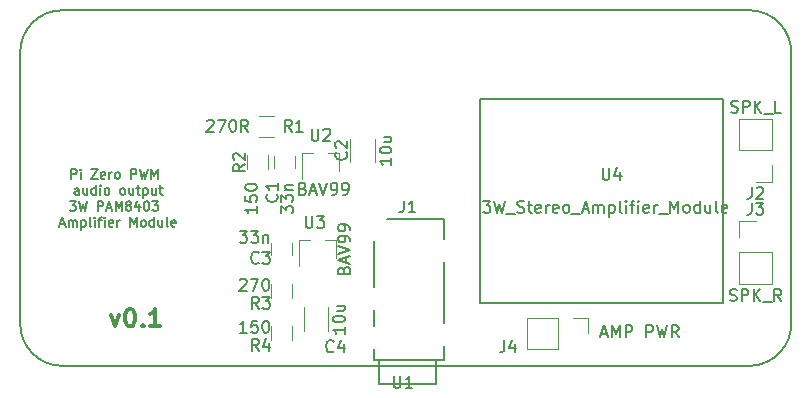
<source format=gto>
G04 #@! TF.FileFunction,Legend,Top*
%FSLAX46Y46*%
G04 Gerber Fmt 4.6, Leading zero omitted, Abs format (unit mm)*
G04 Created by KiCad (PCBNEW 4.0.6-e0-6349~53~ubuntu16.04.1) date Wed Mar 29 22:02:49 2017*
%MOMM*%
%LPD*%
G01*
G04 APERTURE LIST*
%ADD10C,0.100000*%
%ADD11C,0.300000*%
%ADD12C,0.150000*%
%ADD13C,0.120000*%
G04 APERTURE END LIST*
D10*
D11*
X123460144Y-117534571D02*
X123817287Y-118534571D01*
X124174429Y-117534571D01*
X125031572Y-117034571D02*
X125174429Y-117034571D01*
X125317286Y-117106000D01*
X125388715Y-117177429D01*
X125460144Y-117320286D01*
X125531572Y-117606000D01*
X125531572Y-117963143D01*
X125460144Y-118248857D01*
X125388715Y-118391714D01*
X125317286Y-118463143D01*
X125174429Y-118534571D01*
X125031572Y-118534571D01*
X124888715Y-118463143D01*
X124817286Y-118391714D01*
X124745858Y-118248857D01*
X124674429Y-117963143D01*
X124674429Y-117606000D01*
X124745858Y-117320286D01*
X124817286Y-117177429D01*
X124888715Y-117106000D01*
X125031572Y-117034571D01*
X126174429Y-118391714D02*
X126245857Y-118463143D01*
X126174429Y-118534571D01*
X126103000Y-118463143D01*
X126174429Y-118391714D01*
X126174429Y-118534571D01*
X127674429Y-118534571D02*
X126817286Y-118534571D01*
X127245858Y-118534571D02*
X127245858Y-117034571D01*
X127103001Y-117248857D01*
X126960143Y-117391714D01*
X126817286Y-117463143D01*
D12*
X120117095Y-106032905D02*
X120117095Y-105232905D01*
X120421857Y-105232905D01*
X120498048Y-105271000D01*
X120536143Y-105309095D01*
X120574238Y-105385286D01*
X120574238Y-105499571D01*
X120536143Y-105575762D01*
X120498048Y-105613857D01*
X120421857Y-105651952D01*
X120117095Y-105651952D01*
X120917095Y-106032905D02*
X120917095Y-105499571D01*
X120917095Y-105232905D02*
X120879000Y-105271000D01*
X120917095Y-105309095D01*
X120955190Y-105271000D01*
X120917095Y-105232905D01*
X120917095Y-105309095D01*
X121831381Y-105232905D02*
X122364714Y-105232905D01*
X121831381Y-106032905D01*
X122364714Y-106032905D01*
X122974238Y-105994810D02*
X122898048Y-106032905D01*
X122745667Y-106032905D01*
X122669476Y-105994810D01*
X122631381Y-105918619D01*
X122631381Y-105613857D01*
X122669476Y-105537667D01*
X122745667Y-105499571D01*
X122898048Y-105499571D01*
X122974238Y-105537667D01*
X123012333Y-105613857D01*
X123012333Y-105690048D01*
X122631381Y-105766238D01*
X123355190Y-106032905D02*
X123355190Y-105499571D01*
X123355190Y-105651952D02*
X123393285Y-105575762D01*
X123431381Y-105537667D01*
X123507571Y-105499571D01*
X123583762Y-105499571D01*
X123964714Y-106032905D02*
X123888523Y-105994810D01*
X123850428Y-105956714D01*
X123812333Y-105880524D01*
X123812333Y-105651952D01*
X123850428Y-105575762D01*
X123888523Y-105537667D01*
X123964714Y-105499571D01*
X124079000Y-105499571D01*
X124155190Y-105537667D01*
X124193285Y-105575762D01*
X124231381Y-105651952D01*
X124231381Y-105880524D01*
X124193285Y-105956714D01*
X124155190Y-105994810D01*
X124079000Y-106032905D01*
X123964714Y-106032905D01*
X125183762Y-106032905D02*
X125183762Y-105232905D01*
X125488524Y-105232905D01*
X125564715Y-105271000D01*
X125602810Y-105309095D01*
X125640905Y-105385286D01*
X125640905Y-105499571D01*
X125602810Y-105575762D01*
X125564715Y-105613857D01*
X125488524Y-105651952D01*
X125183762Y-105651952D01*
X125907572Y-105232905D02*
X126098048Y-106032905D01*
X126250429Y-105461476D01*
X126402810Y-106032905D01*
X126593286Y-105232905D01*
X126898048Y-106032905D02*
X126898048Y-105232905D01*
X127164715Y-105804333D01*
X127431382Y-105232905D01*
X127431382Y-106032905D01*
X120764712Y-107382905D02*
X120764712Y-106963857D01*
X120726617Y-106887667D01*
X120650427Y-106849571D01*
X120498046Y-106849571D01*
X120421855Y-106887667D01*
X120764712Y-107344810D02*
X120688522Y-107382905D01*
X120498046Y-107382905D01*
X120421855Y-107344810D01*
X120383760Y-107268619D01*
X120383760Y-107192429D01*
X120421855Y-107116238D01*
X120498046Y-107078143D01*
X120688522Y-107078143D01*
X120764712Y-107040048D01*
X121488522Y-106849571D02*
X121488522Y-107382905D01*
X121145665Y-106849571D02*
X121145665Y-107268619D01*
X121183760Y-107344810D01*
X121259951Y-107382905D01*
X121374237Y-107382905D01*
X121450427Y-107344810D01*
X121488522Y-107306714D01*
X122212332Y-107382905D02*
X122212332Y-106582905D01*
X122212332Y-107344810D02*
X122136142Y-107382905D01*
X121983761Y-107382905D01*
X121907570Y-107344810D01*
X121869475Y-107306714D01*
X121831380Y-107230524D01*
X121831380Y-107001952D01*
X121869475Y-106925762D01*
X121907570Y-106887667D01*
X121983761Y-106849571D01*
X122136142Y-106849571D01*
X122212332Y-106887667D01*
X122593285Y-107382905D02*
X122593285Y-106849571D01*
X122593285Y-106582905D02*
X122555190Y-106621000D01*
X122593285Y-106659095D01*
X122631380Y-106621000D01*
X122593285Y-106582905D01*
X122593285Y-106659095D01*
X123088523Y-107382905D02*
X123012332Y-107344810D01*
X122974237Y-107306714D01*
X122936142Y-107230524D01*
X122936142Y-107001952D01*
X122974237Y-106925762D01*
X123012332Y-106887667D01*
X123088523Y-106849571D01*
X123202809Y-106849571D01*
X123278999Y-106887667D01*
X123317094Y-106925762D01*
X123355190Y-107001952D01*
X123355190Y-107230524D01*
X123317094Y-107306714D01*
X123278999Y-107344810D01*
X123202809Y-107382905D01*
X123088523Y-107382905D01*
X124421857Y-107382905D02*
X124345666Y-107344810D01*
X124307571Y-107306714D01*
X124269476Y-107230524D01*
X124269476Y-107001952D01*
X124307571Y-106925762D01*
X124345666Y-106887667D01*
X124421857Y-106849571D01*
X124536143Y-106849571D01*
X124612333Y-106887667D01*
X124650428Y-106925762D01*
X124688524Y-107001952D01*
X124688524Y-107230524D01*
X124650428Y-107306714D01*
X124612333Y-107344810D01*
X124536143Y-107382905D01*
X124421857Y-107382905D01*
X125374238Y-106849571D02*
X125374238Y-107382905D01*
X125031381Y-106849571D02*
X125031381Y-107268619D01*
X125069476Y-107344810D01*
X125145667Y-107382905D01*
X125259953Y-107382905D01*
X125336143Y-107344810D01*
X125374238Y-107306714D01*
X125640905Y-106849571D02*
X125945667Y-106849571D01*
X125755191Y-106582905D02*
X125755191Y-107268619D01*
X125793286Y-107344810D01*
X125869477Y-107382905D01*
X125945667Y-107382905D01*
X126212334Y-106849571D02*
X126212334Y-107649571D01*
X126212334Y-106887667D02*
X126288525Y-106849571D01*
X126440906Y-106849571D01*
X126517096Y-106887667D01*
X126555191Y-106925762D01*
X126593287Y-107001952D01*
X126593287Y-107230524D01*
X126555191Y-107306714D01*
X126517096Y-107344810D01*
X126440906Y-107382905D01*
X126288525Y-107382905D01*
X126212334Y-107344810D01*
X127279001Y-106849571D02*
X127279001Y-107382905D01*
X126936144Y-106849571D02*
X126936144Y-107268619D01*
X126974239Y-107344810D01*
X127050430Y-107382905D01*
X127164716Y-107382905D01*
X127240906Y-107344810D01*
X127279001Y-107306714D01*
X127545668Y-106849571D02*
X127850430Y-106849571D01*
X127659954Y-106582905D02*
X127659954Y-107268619D01*
X127698049Y-107344810D01*
X127774240Y-107382905D01*
X127850430Y-107382905D01*
X120021857Y-107932905D02*
X120517095Y-107932905D01*
X120250428Y-108237667D01*
X120364714Y-108237667D01*
X120440904Y-108275762D01*
X120479000Y-108313857D01*
X120517095Y-108390048D01*
X120517095Y-108580524D01*
X120479000Y-108656714D01*
X120440904Y-108694810D01*
X120364714Y-108732905D01*
X120136142Y-108732905D01*
X120059952Y-108694810D01*
X120021857Y-108656714D01*
X120783762Y-107932905D02*
X120974238Y-108732905D01*
X121126619Y-108161476D01*
X121279000Y-108732905D01*
X121469476Y-107932905D01*
X122383762Y-108732905D02*
X122383762Y-107932905D01*
X122688524Y-107932905D01*
X122764715Y-107971000D01*
X122802810Y-108009095D01*
X122840905Y-108085286D01*
X122840905Y-108199571D01*
X122802810Y-108275762D01*
X122764715Y-108313857D01*
X122688524Y-108351952D01*
X122383762Y-108351952D01*
X123145667Y-108504333D02*
X123526619Y-108504333D01*
X123069476Y-108732905D02*
X123336143Y-107932905D01*
X123602810Y-108732905D01*
X123869476Y-108732905D02*
X123869476Y-107932905D01*
X124136143Y-108504333D01*
X124402810Y-107932905D01*
X124402810Y-108732905D01*
X124898048Y-108275762D02*
X124821857Y-108237667D01*
X124783762Y-108199571D01*
X124745667Y-108123381D01*
X124745667Y-108085286D01*
X124783762Y-108009095D01*
X124821857Y-107971000D01*
X124898048Y-107932905D01*
X125050429Y-107932905D01*
X125126619Y-107971000D01*
X125164715Y-108009095D01*
X125202810Y-108085286D01*
X125202810Y-108123381D01*
X125164715Y-108199571D01*
X125126619Y-108237667D01*
X125050429Y-108275762D01*
X124898048Y-108275762D01*
X124821857Y-108313857D01*
X124783762Y-108351952D01*
X124745667Y-108428143D01*
X124745667Y-108580524D01*
X124783762Y-108656714D01*
X124821857Y-108694810D01*
X124898048Y-108732905D01*
X125050429Y-108732905D01*
X125126619Y-108694810D01*
X125164715Y-108656714D01*
X125202810Y-108580524D01*
X125202810Y-108428143D01*
X125164715Y-108351952D01*
X125126619Y-108313857D01*
X125050429Y-108275762D01*
X125888524Y-108199571D02*
X125888524Y-108732905D01*
X125698048Y-107894810D02*
X125507572Y-108466238D01*
X126002810Y-108466238D01*
X126459953Y-107932905D02*
X126536144Y-107932905D01*
X126612334Y-107971000D01*
X126650429Y-108009095D01*
X126688525Y-108085286D01*
X126726620Y-108237667D01*
X126726620Y-108428143D01*
X126688525Y-108580524D01*
X126650429Y-108656714D01*
X126612334Y-108694810D01*
X126536144Y-108732905D01*
X126459953Y-108732905D01*
X126383763Y-108694810D01*
X126345667Y-108656714D01*
X126307572Y-108580524D01*
X126269477Y-108428143D01*
X126269477Y-108237667D01*
X126307572Y-108085286D01*
X126345667Y-108009095D01*
X126383763Y-107971000D01*
X126459953Y-107932905D01*
X126993287Y-107932905D02*
X127488525Y-107932905D01*
X127221858Y-108237667D01*
X127336144Y-108237667D01*
X127412334Y-108275762D01*
X127450430Y-108313857D01*
X127488525Y-108390048D01*
X127488525Y-108580524D01*
X127450430Y-108656714D01*
X127412334Y-108694810D01*
X127336144Y-108732905D01*
X127107572Y-108732905D01*
X127031382Y-108694810D01*
X126993287Y-108656714D01*
X119183761Y-109854333D02*
X119564713Y-109854333D01*
X119107570Y-110082905D02*
X119374237Y-109282905D01*
X119640904Y-110082905D01*
X119907570Y-110082905D02*
X119907570Y-109549571D01*
X119907570Y-109625762D02*
X119945665Y-109587667D01*
X120021856Y-109549571D01*
X120136142Y-109549571D01*
X120212332Y-109587667D01*
X120250427Y-109663857D01*
X120250427Y-110082905D01*
X120250427Y-109663857D02*
X120288523Y-109587667D01*
X120364713Y-109549571D01*
X120478999Y-109549571D01*
X120555189Y-109587667D01*
X120593284Y-109663857D01*
X120593284Y-110082905D01*
X120974237Y-109549571D02*
X120974237Y-110349571D01*
X120974237Y-109587667D02*
X121050428Y-109549571D01*
X121202809Y-109549571D01*
X121278999Y-109587667D01*
X121317094Y-109625762D01*
X121355190Y-109701952D01*
X121355190Y-109930524D01*
X121317094Y-110006714D01*
X121278999Y-110044810D01*
X121202809Y-110082905D01*
X121050428Y-110082905D01*
X120974237Y-110044810D01*
X121812333Y-110082905D02*
X121736142Y-110044810D01*
X121698047Y-109968619D01*
X121698047Y-109282905D01*
X122117095Y-110082905D02*
X122117095Y-109549571D01*
X122117095Y-109282905D02*
X122079000Y-109321000D01*
X122117095Y-109359095D01*
X122155190Y-109321000D01*
X122117095Y-109282905D01*
X122117095Y-109359095D01*
X122383761Y-109549571D02*
X122688523Y-109549571D01*
X122498047Y-110082905D02*
X122498047Y-109397190D01*
X122536142Y-109321000D01*
X122612333Y-109282905D01*
X122688523Y-109282905D01*
X122955190Y-110082905D02*
X122955190Y-109549571D01*
X122955190Y-109282905D02*
X122917095Y-109321000D01*
X122955190Y-109359095D01*
X122993285Y-109321000D01*
X122955190Y-109282905D01*
X122955190Y-109359095D01*
X123640904Y-110044810D02*
X123564714Y-110082905D01*
X123412333Y-110082905D01*
X123336142Y-110044810D01*
X123298047Y-109968619D01*
X123298047Y-109663857D01*
X123336142Y-109587667D01*
X123412333Y-109549571D01*
X123564714Y-109549571D01*
X123640904Y-109587667D01*
X123678999Y-109663857D01*
X123678999Y-109740048D01*
X123298047Y-109816238D01*
X124021856Y-110082905D02*
X124021856Y-109549571D01*
X124021856Y-109701952D02*
X124059951Y-109625762D01*
X124098047Y-109587667D01*
X124174237Y-109549571D01*
X124250428Y-109549571D01*
X125126618Y-110082905D02*
X125126618Y-109282905D01*
X125393285Y-109854333D01*
X125659952Y-109282905D01*
X125659952Y-110082905D01*
X126155190Y-110082905D02*
X126078999Y-110044810D01*
X126040904Y-110006714D01*
X126002809Y-109930524D01*
X126002809Y-109701952D01*
X126040904Y-109625762D01*
X126078999Y-109587667D01*
X126155190Y-109549571D01*
X126269476Y-109549571D01*
X126345666Y-109587667D01*
X126383761Y-109625762D01*
X126421857Y-109701952D01*
X126421857Y-109930524D01*
X126383761Y-110006714D01*
X126345666Y-110044810D01*
X126269476Y-110082905D01*
X126155190Y-110082905D01*
X127107571Y-110082905D02*
X127107571Y-109282905D01*
X127107571Y-110044810D02*
X127031381Y-110082905D01*
X126879000Y-110082905D01*
X126802809Y-110044810D01*
X126764714Y-110006714D01*
X126726619Y-109930524D01*
X126726619Y-109701952D01*
X126764714Y-109625762D01*
X126802809Y-109587667D01*
X126879000Y-109549571D01*
X127031381Y-109549571D01*
X127107571Y-109587667D01*
X127831381Y-109549571D02*
X127831381Y-110082905D01*
X127488524Y-109549571D02*
X127488524Y-109968619D01*
X127526619Y-110044810D01*
X127602810Y-110082905D01*
X127717096Y-110082905D01*
X127793286Y-110044810D01*
X127831381Y-110006714D01*
X128326620Y-110082905D02*
X128250429Y-110044810D01*
X128212334Y-109968619D01*
X128212334Y-109282905D01*
X128936144Y-110044810D02*
X128859954Y-110082905D01*
X128707573Y-110082905D01*
X128631382Y-110044810D01*
X128593287Y-109968619D01*
X128593287Y-109663857D01*
X128631382Y-109587667D01*
X128707573Y-109549571D01*
X128859954Y-109549571D01*
X128936144Y-109587667D01*
X128974239Y-109663857D01*
X128974239Y-109740048D01*
X128593287Y-109816238D01*
D13*
X139026000Y-105148000D02*
X139026000Y-104148000D01*
X137326000Y-104148000D02*
X137326000Y-105148000D01*
X137072000Y-111514000D02*
X137072000Y-112514000D01*
X138772000Y-112514000D02*
X138772000Y-111514000D01*
X137252000Y-102480000D02*
X136052000Y-102480000D01*
X136052000Y-100720000D02*
X137252000Y-100720000D01*
X135010000Y-105248000D02*
X135010000Y-104048000D01*
X136770000Y-104048000D02*
X136770000Y-105248000D01*
X138802000Y-114970000D02*
X138802000Y-116170000D01*
X137042000Y-116170000D02*
X137042000Y-114970000D01*
X137042000Y-119726000D02*
X137042000Y-118526000D01*
X138802000Y-118526000D02*
X138802000Y-119726000D01*
X142804000Y-103888000D02*
X141874000Y-103888000D01*
X139644000Y-103888000D02*
X140574000Y-103888000D01*
X139644000Y-103888000D02*
X139644000Y-106048000D01*
X142804000Y-103888000D02*
X142804000Y-105348000D01*
X142550000Y-111254000D02*
X141620000Y-111254000D01*
X139390000Y-111254000D02*
X140320000Y-111254000D01*
X139390000Y-111254000D02*
X139390000Y-113414000D01*
X142550000Y-111254000D02*
X142550000Y-112714000D01*
D12*
X177648000Y-91770000D02*
X177521000Y-91770000D01*
X181077000Y-118186000D02*
X181077000Y-95453000D01*
X177648000Y-121869000D02*
X177521000Y-121869000D01*
X177648000Y-121869000D02*
G75*
G03X181077000Y-118186000I-127000J3556000D01*
G01*
X181077000Y-95453000D02*
G75*
G03X177648000Y-91770000I-3556000J127000D01*
G01*
X177521000Y-91770000D02*
X177394000Y-91770000D01*
X119355000Y-91770000D02*
G75*
G03X115799000Y-95326000I0J-3556000D01*
G01*
X115799000Y-118313000D02*
G75*
G03X119355000Y-121869000I3556000J0D01*
G01*
X115799000Y-118313000D02*
X115799000Y-95326000D01*
X177521000Y-121869000D02*
X119355000Y-121869000D01*
X119355000Y-91770000D02*
X177394000Y-91770000D01*
X146177000Y-121412000D02*
X146177000Y-123418600D01*
X146177000Y-123418600D02*
X151003000Y-123418600D01*
X151003000Y-123418600D02*
X151003000Y-121412000D01*
X151638000Y-121412000D02*
X145770600Y-121412000D01*
X145770600Y-115189000D02*
X145770600Y-111302800D01*
X145770600Y-118491000D02*
X145770600Y-117144800D01*
X145770600Y-121412000D02*
X145770600Y-120472200D01*
X151638000Y-120192800D02*
X151638000Y-121412000D01*
X151638000Y-113106200D02*
X151638000Y-118237000D01*
X146862800Y-109474000D02*
X151638000Y-109474000D01*
X151638000Y-109474000D02*
X151638000Y-111125000D01*
D13*
X179444000Y-103632000D02*
X179444000Y-100972000D01*
X179444000Y-100972000D02*
X176664000Y-100972000D01*
X176664000Y-100972000D02*
X176664000Y-103632000D01*
X176664000Y-103632000D02*
X179444000Y-103632000D01*
X179444000Y-104902000D02*
X179444000Y-106292000D01*
X179444000Y-106292000D02*
X178054000Y-106292000D01*
X176664000Y-112268000D02*
X176664000Y-114928000D01*
X176664000Y-114928000D02*
X179444000Y-114928000D01*
X179444000Y-114928000D02*
X179444000Y-112268000D01*
X179444000Y-112268000D02*
X176664000Y-112268000D01*
X176664000Y-110998000D02*
X176664000Y-109608000D01*
X176664000Y-109608000D02*
X178054000Y-109608000D01*
D12*
X175260000Y-99314000D02*
X175260000Y-116586000D01*
X175260000Y-116586000D02*
X154686000Y-116586000D01*
X154686000Y-116586000D02*
X154686000Y-99314000D01*
X154686000Y-99314000D02*
X175260000Y-99314000D01*
D13*
X139798000Y-116932000D02*
X139798000Y-118932000D01*
X141838000Y-118932000D02*
X141838000Y-116932000D01*
X143760000Y-102632000D02*
X143760000Y-104632000D01*
X145800000Y-104632000D02*
X145800000Y-102632000D01*
X161290000Y-117796000D02*
X158690000Y-117796000D01*
X158690000Y-117796000D02*
X158690000Y-120456000D01*
X158690000Y-120456000D02*
X161290000Y-120456000D01*
X161290000Y-120456000D02*
X161290000Y-117796000D01*
X162560000Y-117796000D02*
X163890000Y-117796000D01*
X163890000Y-117796000D02*
X163890000Y-119126000D01*
D12*
X137517143Y-107354666D02*
X137564762Y-107402285D01*
X137612381Y-107545142D01*
X137612381Y-107640380D01*
X137564762Y-107783238D01*
X137469524Y-107878476D01*
X137374286Y-107926095D01*
X137183810Y-107973714D01*
X137040952Y-107973714D01*
X136850476Y-107926095D01*
X136755238Y-107878476D01*
X136660000Y-107783238D01*
X136612381Y-107640380D01*
X136612381Y-107545142D01*
X136660000Y-107402285D01*
X136707619Y-107354666D01*
X137612381Y-106402285D02*
X137612381Y-106973714D01*
X137612381Y-106688000D02*
X136612381Y-106688000D01*
X136755238Y-106783238D01*
X136850476Y-106878476D01*
X136898095Y-106973714D01*
X137882381Y-108957905D02*
X137882381Y-108338857D01*
X138263333Y-108672191D01*
X138263333Y-108529333D01*
X138310952Y-108434095D01*
X138358571Y-108386476D01*
X138453810Y-108338857D01*
X138691905Y-108338857D01*
X138787143Y-108386476D01*
X138834762Y-108434095D01*
X138882381Y-108529333D01*
X138882381Y-108815048D01*
X138834762Y-108910286D01*
X138787143Y-108957905D01*
X137882381Y-108005524D02*
X137882381Y-107386476D01*
X138263333Y-107719810D01*
X138263333Y-107576952D01*
X138310952Y-107481714D01*
X138358571Y-107434095D01*
X138453810Y-107386476D01*
X138691905Y-107386476D01*
X138787143Y-107434095D01*
X138834762Y-107481714D01*
X138882381Y-107576952D01*
X138882381Y-107862667D01*
X138834762Y-107957905D01*
X138787143Y-108005524D01*
X138215714Y-106957905D02*
X138882381Y-106957905D01*
X138310952Y-106957905D02*
X138263333Y-106910286D01*
X138215714Y-106815048D01*
X138215714Y-106672190D01*
X138263333Y-106576952D01*
X138358571Y-106529333D01*
X138882381Y-106529333D01*
X135977334Y-113133143D02*
X135929715Y-113180762D01*
X135786858Y-113228381D01*
X135691620Y-113228381D01*
X135548762Y-113180762D01*
X135453524Y-113085524D01*
X135405905Y-112990286D01*
X135358286Y-112799810D01*
X135358286Y-112656952D01*
X135405905Y-112466476D01*
X135453524Y-112371238D01*
X135548762Y-112276000D01*
X135691620Y-112228381D01*
X135786858Y-112228381D01*
X135929715Y-112276000D01*
X135977334Y-112323619D01*
X136310667Y-112228381D02*
X136929715Y-112228381D01*
X136596381Y-112609333D01*
X136739239Y-112609333D01*
X136834477Y-112656952D01*
X136882096Y-112704571D01*
X136929715Y-112799810D01*
X136929715Y-113037905D01*
X136882096Y-113133143D01*
X136834477Y-113180762D01*
X136739239Y-113228381D01*
X136453524Y-113228381D01*
X136358286Y-113180762D01*
X136310667Y-113133143D01*
X134374095Y-110450381D02*
X134993143Y-110450381D01*
X134659809Y-110831333D01*
X134802667Y-110831333D01*
X134897905Y-110878952D01*
X134945524Y-110926571D01*
X134993143Y-111021810D01*
X134993143Y-111259905D01*
X134945524Y-111355143D01*
X134897905Y-111402762D01*
X134802667Y-111450381D01*
X134516952Y-111450381D01*
X134421714Y-111402762D01*
X134374095Y-111355143D01*
X135326476Y-110450381D02*
X135945524Y-110450381D01*
X135612190Y-110831333D01*
X135755048Y-110831333D01*
X135850286Y-110878952D01*
X135897905Y-110926571D01*
X135945524Y-111021810D01*
X135945524Y-111259905D01*
X135897905Y-111355143D01*
X135850286Y-111402762D01*
X135755048Y-111450381D01*
X135469333Y-111450381D01*
X135374095Y-111402762D01*
X135326476Y-111355143D01*
X136374095Y-110783714D02*
X136374095Y-111450381D01*
X136374095Y-110878952D02*
X136421714Y-110831333D01*
X136516952Y-110783714D01*
X136659810Y-110783714D01*
X136755048Y-110831333D01*
X136802667Y-110926571D01*
X136802667Y-111450381D01*
X138771334Y-102052381D02*
X138438000Y-101576190D01*
X138199905Y-102052381D02*
X138199905Y-101052381D01*
X138580858Y-101052381D01*
X138676096Y-101100000D01*
X138723715Y-101147619D01*
X138771334Y-101242857D01*
X138771334Y-101385714D01*
X138723715Y-101480952D01*
X138676096Y-101528571D01*
X138580858Y-101576190D01*
X138199905Y-101576190D01*
X139723715Y-102052381D02*
X139152286Y-102052381D01*
X139438000Y-102052381D02*
X139438000Y-101052381D01*
X139342762Y-101195238D01*
X139247524Y-101290476D01*
X139152286Y-101338095D01*
X131611905Y-101147619D02*
X131659524Y-101100000D01*
X131754762Y-101052381D01*
X131992858Y-101052381D01*
X132088096Y-101100000D01*
X132135715Y-101147619D01*
X132183334Y-101242857D01*
X132183334Y-101338095D01*
X132135715Y-101480952D01*
X131564286Y-102052381D01*
X132183334Y-102052381D01*
X132516667Y-101052381D02*
X133183334Y-101052381D01*
X132754762Y-102052381D01*
X133754762Y-101052381D02*
X133850001Y-101052381D01*
X133945239Y-101100000D01*
X133992858Y-101147619D01*
X134040477Y-101242857D01*
X134088096Y-101433333D01*
X134088096Y-101671429D01*
X134040477Y-101861905D01*
X133992858Y-101957143D01*
X133945239Y-102004762D01*
X133850001Y-102052381D01*
X133754762Y-102052381D01*
X133659524Y-102004762D01*
X133611905Y-101957143D01*
X133564286Y-101861905D01*
X133516667Y-101671429D01*
X133516667Y-101433333D01*
X133564286Y-101242857D01*
X133611905Y-101147619D01*
X133659524Y-101100000D01*
X133754762Y-101052381D01*
X135088096Y-102052381D02*
X134754762Y-101576190D01*
X134516667Y-102052381D02*
X134516667Y-101052381D01*
X134897620Y-101052381D01*
X134992858Y-101100000D01*
X135040477Y-101147619D01*
X135088096Y-101242857D01*
X135088096Y-101385714D01*
X135040477Y-101480952D01*
X134992858Y-101528571D01*
X134897620Y-101576190D01*
X134516667Y-101576190D01*
X134818381Y-104814666D02*
X134342190Y-105148000D01*
X134818381Y-105386095D02*
X133818381Y-105386095D01*
X133818381Y-105005142D01*
X133866000Y-104909904D01*
X133913619Y-104862285D01*
X134008857Y-104814666D01*
X134151714Y-104814666D01*
X134246952Y-104862285D01*
X134294571Y-104909904D01*
X134342190Y-105005142D01*
X134342190Y-105386095D01*
X133913619Y-104433714D02*
X133866000Y-104386095D01*
X133818381Y-104290857D01*
X133818381Y-104052761D01*
X133866000Y-103957523D01*
X133913619Y-103909904D01*
X134008857Y-103862285D01*
X134104095Y-103862285D01*
X134246952Y-103909904D01*
X134818381Y-104481333D01*
X134818381Y-103862285D01*
X135834381Y-108362666D02*
X135834381Y-108934095D01*
X135834381Y-108648381D02*
X134834381Y-108648381D01*
X134977238Y-108743619D01*
X135072476Y-108838857D01*
X135120095Y-108934095D01*
X134834381Y-107457904D02*
X134834381Y-107934095D01*
X135310571Y-107981714D01*
X135262952Y-107934095D01*
X135215333Y-107838857D01*
X135215333Y-107600761D01*
X135262952Y-107505523D01*
X135310571Y-107457904D01*
X135405810Y-107410285D01*
X135643905Y-107410285D01*
X135739143Y-107457904D01*
X135786762Y-107505523D01*
X135834381Y-107600761D01*
X135834381Y-107838857D01*
X135786762Y-107934095D01*
X135739143Y-107981714D01*
X134834381Y-106791238D02*
X134834381Y-106695999D01*
X134882000Y-106600761D01*
X134929619Y-106553142D01*
X135024857Y-106505523D01*
X135215333Y-106457904D01*
X135453429Y-106457904D01*
X135643905Y-106505523D01*
X135739143Y-106553142D01*
X135786762Y-106600761D01*
X135834381Y-106695999D01*
X135834381Y-106791238D01*
X135786762Y-106886476D01*
X135739143Y-106934095D01*
X135643905Y-106981714D01*
X135453429Y-107029333D01*
X135215333Y-107029333D01*
X135024857Y-106981714D01*
X134929619Y-106934095D01*
X134882000Y-106886476D01*
X134834381Y-106791238D01*
X135977334Y-117038381D02*
X135644000Y-116562190D01*
X135405905Y-117038381D02*
X135405905Y-116038381D01*
X135786858Y-116038381D01*
X135882096Y-116086000D01*
X135929715Y-116133619D01*
X135977334Y-116228857D01*
X135977334Y-116371714D01*
X135929715Y-116466952D01*
X135882096Y-116514571D01*
X135786858Y-116562190D01*
X135405905Y-116562190D01*
X136310667Y-116038381D02*
X136929715Y-116038381D01*
X136596381Y-116419333D01*
X136739239Y-116419333D01*
X136834477Y-116466952D01*
X136882096Y-116514571D01*
X136929715Y-116609810D01*
X136929715Y-116847905D01*
X136882096Y-116943143D01*
X136834477Y-116990762D01*
X136739239Y-117038381D01*
X136453524Y-117038381D01*
X136358286Y-116990762D01*
X136310667Y-116943143D01*
X134397905Y-114609619D02*
X134445524Y-114562000D01*
X134540762Y-114514381D01*
X134778858Y-114514381D01*
X134874096Y-114562000D01*
X134921715Y-114609619D01*
X134969334Y-114704857D01*
X134969334Y-114800095D01*
X134921715Y-114942952D01*
X134350286Y-115514381D01*
X134969334Y-115514381D01*
X135302667Y-114514381D02*
X135969334Y-114514381D01*
X135540762Y-115514381D01*
X136540762Y-114514381D02*
X136636001Y-114514381D01*
X136731239Y-114562000D01*
X136778858Y-114609619D01*
X136826477Y-114704857D01*
X136874096Y-114895333D01*
X136874096Y-115133429D01*
X136826477Y-115323905D01*
X136778858Y-115419143D01*
X136731239Y-115466762D01*
X136636001Y-115514381D01*
X136540762Y-115514381D01*
X136445524Y-115466762D01*
X136397905Y-115419143D01*
X136350286Y-115323905D01*
X136302667Y-115133429D01*
X136302667Y-114895333D01*
X136350286Y-114704857D01*
X136397905Y-114609619D01*
X136445524Y-114562000D01*
X136540762Y-114514381D01*
X135977334Y-120594381D02*
X135644000Y-120118190D01*
X135405905Y-120594381D02*
X135405905Y-119594381D01*
X135786858Y-119594381D01*
X135882096Y-119642000D01*
X135929715Y-119689619D01*
X135977334Y-119784857D01*
X135977334Y-119927714D01*
X135929715Y-120022952D01*
X135882096Y-120070571D01*
X135786858Y-120118190D01*
X135405905Y-120118190D01*
X136834477Y-119927714D02*
X136834477Y-120594381D01*
X136596381Y-119546762D02*
X136358286Y-120261048D01*
X136977334Y-120261048D01*
X134969334Y-119070381D02*
X134397905Y-119070381D01*
X134683619Y-119070381D02*
X134683619Y-118070381D01*
X134588381Y-118213238D01*
X134493143Y-118308476D01*
X134397905Y-118356095D01*
X135874096Y-118070381D02*
X135397905Y-118070381D01*
X135350286Y-118546571D01*
X135397905Y-118498952D01*
X135493143Y-118451333D01*
X135731239Y-118451333D01*
X135826477Y-118498952D01*
X135874096Y-118546571D01*
X135921715Y-118641810D01*
X135921715Y-118879905D01*
X135874096Y-118975143D01*
X135826477Y-119022762D01*
X135731239Y-119070381D01*
X135493143Y-119070381D01*
X135397905Y-119022762D01*
X135350286Y-118975143D01*
X136540762Y-118070381D02*
X136636001Y-118070381D01*
X136731239Y-118118000D01*
X136778858Y-118165619D01*
X136826477Y-118260857D01*
X136874096Y-118451333D01*
X136874096Y-118689429D01*
X136826477Y-118879905D01*
X136778858Y-118975143D01*
X136731239Y-119022762D01*
X136636001Y-119070381D01*
X136540762Y-119070381D01*
X136445524Y-119022762D01*
X136397905Y-118975143D01*
X136350286Y-118879905D01*
X136302667Y-118689429D01*
X136302667Y-118451333D01*
X136350286Y-118260857D01*
X136397905Y-118165619D01*
X136445524Y-118118000D01*
X136540762Y-118070381D01*
X140462095Y-101814381D02*
X140462095Y-102623905D01*
X140509714Y-102719143D01*
X140557333Y-102766762D01*
X140652571Y-102814381D01*
X140843048Y-102814381D01*
X140938286Y-102766762D01*
X140985905Y-102719143D01*
X141033524Y-102623905D01*
X141033524Y-101814381D01*
X141462095Y-101909619D02*
X141509714Y-101862000D01*
X141604952Y-101814381D01*
X141843048Y-101814381D01*
X141938286Y-101862000D01*
X141985905Y-101909619D01*
X142033524Y-102004857D01*
X142033524Y-102100095D01*
X141985905Y-102242952D01*
X141414476Y-102814381D01*
X142033524Y-102814381D01*
X139739905Y-106862571D02*
X139882762Y-106910190D01*
X139930381Y-106957810D01*
X139978000Y-107053048D01*
X139978000Y-107195905D01*
X139930381Y-107291143D01*
X139882762Y-107338762D01*
X139787524Y-107386381D01*
X139406571Y-107386381D01*
X139406571Y-106386381D01*
X139739905Y-106386381D01*
X139835143Y-106434000D01*
X139882762Y-106481619D01*
X139930381Y-106576857D01*
X139930381Y-106672095D01*
X139882762Y-106767333D01*
X139835143Y-106814952D01*
X139739905Y-106862571D01*
X139406571Y-106862571D01*
X140358952Y-107100667D02*
X140835143Y-107100667D01*
X140263714Y-107386381D02*
X140597047Y-106386381D01*
X140930381Y-107386381D01*
X141120857Y-106386381D02*
X141454190Y-107386381D01*
X141787524Y-106386381D01*
X142168476Y-107386381D02*
X142358952Y-107386381D01*
X142454191Y-107338762D01*
X142501810Y-107291143D01*
X142597048Y-107148286D01*
X142644667Y-106957810D01*
X142644667Y-106576857D01*
X142597048Y-106481619D01*
X142549429Y-106434000D01*
X142454191Y-106386381D01*
X142263714Y-106386381D01*
X142168476Y-106434000D01*
X142120857Y-106481619D01*
X142073238Y-106576857D01*
X142073238Y-106814952D01*
X142120857Y-106910190D01*
X142168476Y-106957810D01*
X142263714Y-107005429D01*
X142454191Y-107005429D01*
X142549429Y-106957810D01*
X142597048Y-106910190D01*
X142644667Y-106814952D01*
X143120857Y-107386381D02*
X143311333Y-107386381D01*
X143406572Y-107338762D01*
X143454191Y-107291143D01*
X143549429Y-107148286D01*
X143597048Y-106957810D01*
X143597048Y-106576857D01*
X143549429Y-106481619D01*
X143501810Y-106434000D01*
X143406572Y-106386381D01*
X143216095Y-106386381D01*
X143120857Y-106434000D01*
X143073238Y-106481619D01*
X143025619Y-106576857D01*
X143025619Y-106814952D01*
X143073238Y-106910190D01*
X143120857Y-106957810D01*
X143216095Y-107005429D01*
X143406572Y-107005429D01*
X143501810Y-106957810D01*
X143549429Y-106910190D01*
X143597048Y-106814952D01*
X139954095Y-109180381D02*
X139954095Y-109989905D01*
X140001714Y-110085143D01*
X140049333Y-110132762D01*
X140144571Y-110180381D01*
X140335048Y-110180381D01*
X140430286Y-110132762D01*
X140477905Y-110085143D01*
X140525524Y-109989905D01*
X140525524Y-109180381D01*
X140906476Y-109180381D02*
X141525524Y-109180381D01*
X141192190Y-109561333D01*
X141335048Y-109561333D01*
X141430286Y-109608952D01*
X141477905Y-109656571D01*
X141525524Y-109751810D01*
X141525524Y-109989905D01*
X141477905Y-110085143D01*
X141430286Y-110132762D01*
X141335048Y-110180381D01*
X141049333Y-110180381D01*
X140954095Y-110132762D01*
X140906476Y-110085143D01*
X143184571Y-113752095D02*
X143232190Y-113609238D01*
X143279810Y-113561619D01*
X143375048Y-113514000D01*
X143517905Y-113514000D01*
X143613143Y-113561619D01*
X143660762Y-113609238D01*
X143708381Y-113704476D01*
X143708381Y-114085429D01*
X142708381Y-114085429D01*
X142708381Y-113752095D01*
X142756000Y-113656857D01*
X142803619Y-113609238D01*
X142898857Y-113561619D01*
X142994095Y-113561619D01*
X143089333Y-113609238D01*
X143136952Y-113656857D01*
X143184571Y-113752095D01*
X143184571Y-114085429D01*
X143422667Y-113133048D02*
X143422667Y-112656857D01*
X143708381Y-113228286D02*
X142708381Y-112894953D01*
X143708381Y-112561619D01*
X142708381Y-112371143D02*
X143708381Y-112037810D01*
X142708381Y-111704476D01*
X143708381Y-111323524D02*
X143708381Y-111133048D01*
X143660762Y-111037809D01*
X143613143Y-110990190D01*
X143470286Y-110894952D01*
X143279810Y-110847333D01*
X142898857Y-110847333D01*
X142803619Y-110894952D01*
X142756000Y-110942571D01*
X142708381Y-111037809D01*
X142708381Y-111228286D01*
X142756000Y-111323524D01*
X142803619Y-111371143D01*
X142898857Y-111418762D01*
X143136952Y-111418762D01*
X143232190Y-111371143D01*
X143279810Y-111323524D01*
X143327429Y-111228286D01*
X143327429Y-111037809D01*
X143279810Y-110942571D01*
X143232190Y-110894952D01*
X143136952Y-110847333D01*
X143708381Y-110371143D02*
X143708381Y-110180667D01*
X143660762Y-110085428D01*
X143613143Y-110037809D01*
X143470286Y-109942571D01*
X143279810Y-109894952D01*
X142898857Y-109894952D01*
X142803619Y-109942571D01*
X142756000Y-109990190D01*
X142708381Y-110085428D01*
X142708381Y-110275905D01*
X142756000Y-110371143D01*
X142803619Y-110418762D01*
X142898857Y-110466381D01*
X143136952Y-110466381D01*
X143232190Y-110418762D01*
X143279810Y-110371143D01*
X143327429Y-110275905D01*
X143327429Y-110085428D01*
X143279810Y-109990190D01*
X143232190Y-109942571D01*
X143136952Y-109894952D01*
X147422095Y-122718381D02*
X147422095Y-123527905D01*
X147469714Y-123623143D01*
X147517333Y-123670762D01*
X147612571Y-123718381D01*
X147803048Y-123718381D01*
X147898286Y-123670762D01*
X147945905Y-123623143D01*
X147993524Y-123527905D01*
X147993524Y-122718381D01*
X148993524Y-123718381D02*
X148422095Y-123718381D01*
X148707809Y-123718381D02*
X148707809Y-122718381D01*
X148612571Y-122861238D01*
X148517333Y-122956476D01*
X148422095Y-123004095D01*
X148256667Y-107884981D02*
X148256667Y-108599267D01*
X148209047Y-108742124D01*
X148113809Y-108837362D01*
X147970952Y-108884981D01*
X147875714Y-108884981D01*
X149256667Y-108884981D02*
X148685238Y-108884981D01*
X148970952Y-108884981D02*
X148970952Y-107884981D01*
X148875714Y-108027838D01*
X148780476Y-108123076D01*
X148685238Y-108170695D01*
X177720667Y-106744381D02*
X177720667Y-107458667D01*
X177673047Y-107601524D01*
X177577809Y-107696762D01*
X177434952Y-107744381D01*
X177339714Y-107744381D01*
X178149238Y-106839619D02*
X178196857Y-106792000D01*
X178292095Y-106744381D01*
X178530191Y-106744381D01*
X178625429Y-106792000D01*
X178673048Y-106839619D01*
X178720667Y-106934857D01*
X178720667Y-107030095D01*
X178673048Y-107172952D01*
X178101619Y-107744381D01*
X178720667Y-107744381D01*
X175982571Y-100376762D02*
X176125428Y-100424381D01*
X176363524Y-100424381D01*
X176458762Y-100376762D01*
X176506381Y-100329143D01*
X176554000Y-100233905D01*
X176554000Y-100138667D01*
X176506381Y-100043429D01*
X176458762Y-99995810D01*
X176363524Y-99948190D01*
X176173047Y-99900571D01*
X176077809Y-99852952D01*
X176030190Y-99805333D01*
X175982571Y-99710095D01*
X175982571Y-99614857D01*
X176030190Y-99519619D01*
X176077809Y-99472000D01*
X176173047Y-99424381D01*
X176411143Y-99424381D01*
X176554000Y-99472000D01*
X176982571Y-100424381D02*
X176982571Y-99424381D01*
X177363524Y-99424381D01*
X177458762Y-99472000D01*
X177506381Y-99519619D01*
X177554000Y-99614857D01*
X177554000Y-99757714D01*
X177506381Y-99852952D01*
X177458762Y-99900571D01*
X177363524Y-99948190D01*
X176982571Y-99948190D01*
X177982571Y-100424381D02*
X177982571Y-99424381D01*
X178554000Y-100424381D02*
X178125428Y-99852952D01*
X178554000Y-99424381D02*
X177982571Y-99995810D01*
X178744476Y-100519619D02*
X179506381Y-100519619D01*
X180220667Y-100424381D02*
X179744476Y-100424381D01*
X179744476Y-99424381D01*
X177720667Y-108060381D02*
X177720667Y-108774667D01*
X177673047Y-108917524D01*
X177577809Y-109012762D01*
X177434952Y-109060381D01*
X177339714Y-109060381D01*
X178101619Y-108060381D02*
X178720667Y-108060381D01*
X178387333Y-108441333D01*
X178530191Y-108441333D01*
X178625429Y-108488952D01*
X178673048Y-108536571D01*
X178720667Y-108631810D01*
X178720667Y-108869905D01*
X178673048Y-108965143D01*
X178625429Y-109012762D01*
X178530191Y-109060381D01*
X178244476Y-109060381D01*
X178149238Y-109012762D01*
X178101619Y-108965143D01*
X175887333Y-116332762D02*
X176030190Y-116380381D01*
X176268286Y-116380381D01*
X176363524Y-116332762D01*
X176411143Y-116285143D01*
X176458762Y-116189905D01*
X176458762Y-116094667D01*
X176411143Y-115999429D01*
X176363524Y-115951810D01*
X176268286Y-115904190D01*
X176077809Y-115856571D01*
X175982571Y-115808952D01*
X175934952Y-115761333D01*
X175887333Y-115666095D01*
X175887333Y-115570857D01*
X175934952Y-115475619D01*
X175982571Y-115428000D01*
X176077809Y-115380381D01*
X176315905Y-115380381D01*
X176458762Y-115428000D01*
X176887333Y-116380381D02*
X176887333Y-115380381D01*
X177268286Y-115380381D01*
X177363524Y-115428000D01*
X177411143Y-115475619D01*
X177458762Y-115570857D01*
X177458762Y-115713714D01*
X177411143Y-115808952D01*
X177363524Y-115856571D01*
X177268286Y-115904190D01*
X176887333Y-115904190D01*
X177887333Y-116380381D02*
X177887333Y-115380381D01*
X178458762Y-116380381D02*
X178030190Y-115808952D01*
X178458762Y-115380381D02*
X177887333Y-115951810D01*
X178649238Y-116475619D02*
X179411143Y-116475619D01*
X180220667Y-116380381D02*
X179887333Y-115904190D01*
X179649238Y-116380381D02*
X179649238Y-115380381D01*
X180030191Y-115380381D01*
X180125429Y-115428000D01*
X180173048Y-115475619D01*
X180220667Y-115570857D01*
X180220667Y-115713714D01*
X180173048Y-115808952D01*
X180125429Y-115856571D01*
X180030191Y-115904190D01*
X179649238Y-115904190D01*
X165100095Y-105116381D02*
X165100095Y-105925905D01*
X165147714Y-106021143D01*
X165195333Y-106068762D01*
X165290571Y-106116381D01*
X165481048Y-106116381D01*
X165576286Y-106068762D01*
X165623905Y-106021143D01*
X165671524Y-105925905D01*
X165671524Y-105116381D01*
X166576286Y-105449714D02*
X166576286Y-106116381D01*
X166338190Y-105068762D02*
X166100095Y-105783048D01*
X166719143Y-105783048D01*
X154996856Y-107910381D02*
X155615904Y-107910381D01*
X155282570Y-108291333D01*
X155425428Y-108291333D01*
X155520666Y-108338952D01*
X155568285Y-108386571D01*
X155615904Y-108481810D01*
X155615904Y-108719905D01*
X155568285Y-108815143D01*
X155520666Y-108862762D01*
X155425428Y-108910381D01*
X155139713Y-108910381D01*
X155044475Y-108862762D01*
X154996856Y-108815143D01*
X155949237Y-107910381D02*
X156187332Y-108910381D01*
X156377809Y-108196095D01*
X156568285Y-108910381D01*
X156806380Y-107910381D01*
X156949237Y-109005619D02*
X157711142Y-109005619D01*
X157901618Y-108862762D02*
X158044475Y-108910381D01*
X158282571Y-108910381D01*
X158377809Y-108862762D01*
X158425428Y-108815143D01*
X158473047Y-108719905D01*
X158473047Y-108624667D01*
X158425428Y-108529429D01*
X158377809Y-108481810D01*
X158282571Y-108434190D01*
X158092094Y-108386571D01*
X157996856Y-108338952D01*
X157949237Y-108291333D01*
X157901618Y-108196095D01*
X157901618Y-108100857D01*
X157949237Y-108005619D01*
X157996856Y-107958000D01*
X158092094Y-107910381D01*
X158330190Y-107910381D01*
X158473047Y-107958000D01*
X158758761Y-108243714D02*
X159139713Y-108243714D01*
X158901618Y-107910381D02*
X158901618Y-108767524D01*
X158949237Y-108862762D01*
X159044475Y-108910381D01*
X159139713Y-108910381D01*
X159854000Y-108862762D02*
X159758762Y-108910381D01*
X159568285Y-108910381D01*
X159473047Y-108862762D01*
X159425428Y-108767524D01*
X159425428Y-108386571D01*
X159473047Y-108291333D01*
X159568285Y-108243714D01*
X159758762Y-108243714D01*
X159854000Y-108291333D01*
X159901619Y-108386571D01*
X159901619Y-108481810D01*
X159425428Y-108577048D01*
X160330190Y-108910381D02*
X160330190Y-108243714D01*
X160330190Y-108434190D02*
X160377809Y-108338952D01*
X160425428Y-108291333D01*
X160520666Y-108243714D01*
X160615905Y-108243714D01*
X161330191Y-108862762D02*
X161234953Y-108910381D01*
X161044476Y-108910381D01*
X160949238Y-108862762D01*
X160901619Y-108767524D01*
X160901619Y-108386571D01*
X160949238Y-108291333D01*
X161044476Y-108243714D01*
X161234953Y-108243714D01*
X161330191Y-108291333D01*
X161377810Y-108386571D01*
X161377810Y-108481810D01*
X160901619Y-108577048D01*
X161949238Y-108910381D02*
X161854000Y-108862762D01*
X161806381Y-108815143D01*
X161758762Y-108719905D01*
X161758762Y-108434190D01*
X161806381Y-108338952D01*
X161854000Y-108291333D01*
X161949238Y-108243714D01*
X162092096Y-108243714D01*
X162187334Y-108291333D01*
X162234953Y-108338952D01*
X162282572Y-108434190D01*
X162282572Y-108719905D01*
X162234953Y-108815143D01*
X162187334Y-108862762D01*
X162092096Y-108910381D01*
X161949238Y-108910381D01*
X162473048Y-109005619D02*
X163234953Y-109005619D01*
X163425429Y-108624667D02*
X163901620Y-108624667D01*
X163330191Y-108910381D02*
X163663524Y-107910381D01*
X163996858Y-108910381D01*
X164330191Y-108910381D02*
X164330191Y-108243714D01*
X164330191Y-108338952D02*
X164377810Y-108291333D01*
X164473048Y-108243714D01*
X164615906Y-108243714D01*
X164711144Y-108291333D01*
X164758763Y-108386571D01*
X164758763Y-108910381D01*
X164758763Y-108386571D02*
X164806382Y-108291333D01*
X164901620Y-108243714D01*
X165044477Y-108243714D01*
X165139715Y-108291333D01*
X165187334Y-108386571D01*
X165187334Y-108910381D01*
X165663524Y-108243714D02*
X165663524Y-109243714D01*
X165663524Y-108291333D02*
X165758762Y-108243714D01*
X165949239Y-108243714D01*
X166044477Y-108291333D01*
X166092096Y-108338952D01*
X166139715Y-108434190D01*
X166139715Y-108719905D01*
X166092096Y-108815143D01*
X166044477Y-108862762D01*
X165949239Y-108910381D01*
X165758762Y-108910381D01*
X165663524Y-108862762D01*
X166711143Y-108910381D02*
X166615905Y-108862762D01*
X166568286Y-108767524D01*
X166568286Y-107910381D01*
X167092096Y-108910381D02*
X167092096Y-108243714D01*
X167092096Y-107910381D02*
X167044477Y-107958000D01*
X167092096Y-108005619D01*
X167139715Y-107958000D01*
X167092096Y-107910381D01*
X167092096Y-108005619D01*
X167425429Y-108243714D02*
X167806381Y-108243714D01*
X167568286Y-108910381D02*
X167568286Y-108053238D01*
X167615905Y-107958000D01*
X167711143Y-107910381D01*
X167806381Y-107910381D01*
X168139715Y-108910381D02*
X168139715Y-108243714D01*
X168139715Y-107910381D02*
X168092096Y-107958000D01*
X168139715Y-108005619D01*
X168187334Y-107958000D01*
X168139715Y-107910381D01*
X168139715Y-108005619D01*
X168996858Y-108862762D02*
X168901620Y-108910381D01*
X168711143Y-108910381D01*
X168615905Y-108862762D01*
X168568286Y-108767524D01*
X168568286Y-108386571D01*
X168615905Y-108291333D01*
X168711143Y-108243714D01*
X168901620Y-108243714D01*
X168996858Y-108291333D01*
X169044477Y-108386571D01*
X169044477Y-108481810D01*
X168568286Y-108577048D01*
X169473048Y-108910381D02*
X169473048Y-108243714D01*
X169473048Y-108434190D02*
X169520667Y-108338952D01*
X169568286Y-108291333D01*
X169663524Y-108243714D01*
X169758763Y-108243714D01*
X169854001Y-109005619D02*
X170615906Y-109005619D01*
X170854001Y-108910381D02*
X170854001Y-107910381D01*
X171187335Y-108624667D01*
X171520668Y-107910381D01*
X171520668Y-108910381D01*
X172139715Y-108910381D02*
X172044477Y-108862762D01*
X171996858Y-108815143D01*
X171949239Y-108719905D01*
X171949239Y-108434190D01*
X171996858Y-108338952D01*
X172044477Y-108291333D01*
X172139715Y-108243714D01*
X172282573Y-108243714D01*
X172377811Y-108291333D01*
X172425430Y-108338952D01*
X172473049Y-108434190D01*
X172473049Y-108719905D01*
X172425430Y-108815143D01*
X172377811Y-108862762D01*
X172282573Y-108910381D01*
X172139715Y-108910381D01*
X173330192Y-108910381D02*
X173330192Y-107910381D01*
X173330192Y-108862762D02*
X173234954Y-108910381D01*
X173044477Y-108910381D01*
X172949239Y-108862762D01*
X172901620Y-108815143D01*
X172854001Y-108719905D01*
X172854001Y-108434190D01*
X172901620Y-108338952D01*
X172949239Y-108291333D01*
X173044477Y-108243714D01*
X173234954Y-108243714D01*
X173330192Y-108291333D01*
X174234954Y-108243714D02*
X174234954Y-108910381D01*
X173806382Y-108243714D02*
X173806382Y-108767524D01*
X173854001Y-108862762D01*
X173949239Y-108910381D01*
X174092097Y-108910381D01*
X174187335Y-108862762D01*
X174234954Y-108815143D01*
X174854001Y-108910381D02*
X174758763Y-108862762D01*
X174711144Y-108767524D01*
X174711144Y-107910381D01*
X175615907Y-108862762D02*
X175520669Y-108910381D01*
X175330192Y-108910381D01*
X175234954Y-108862762D01*
X175187335Y-108767524D01*
X175187335Y-108386571D01*
X175234954Y-108291333D01*
X175330192Y-108243714D01*
X175520669Y-108243714D01*
X175615907Y-108291333D01*
X175663526Y-108386571D01*
X175663526Y-108481810D01*
X175187335Y-108577048D01*
X142327334Y-120626143D02*
X142279715Y-120673762D01*
X142136858Y-120721381D01*
X142041620Y-120721381D01*
X141898762Y-120673762D01*
X141803524Y-120578524D01*
X141755905Y-120483286D01*
X141708286Y-120292810D01*
X141708286Y-120149952D01*
X141755905Y-119959476D01*
X141803524Y-119864238D01*
X141898762Y-119769000D01*
X142041620Y-119721381D01*
X142136858Y-119721381D01*
X142279715Y-119769000D01*
X142327334Y-119816619D01*
X143184477Y-120054714D02*
X143184477Y-120721381D01*
X142946381Y-119673762D02*
X142708286Y-120388048D01*
X143327334Y-120388048D01*
X143270381Y-118574857D02*
X143270381Y-119146286D01*
X143270381Y-118860572D02*
X142270381Y-118860572D01*
X142413238Y-118955810D01*
X142508476Y-119051048D01*
X142556095Y-119146286D01*
X142270381Y-117955810D02*
X142270381Y-117860571D01*
X142318000Y-117765333D01*
X142365619Y-117717714D01*
X142460857Y-117670095D01*
X142651333Y-117622476D01*
X142889429Y-117622476D01*
X143079905Y-117670095D01*
X143175143Y-117717714D01*
X143222762Y-117765333D01*
X143270381Y-117860571D01*
X143270381Y-117955810D01*
X143222762Y-118051048D01*
X143175143Y-118098667D01*
X143079905Y-118146286D01*
X142889429Y-118193905D01*
X142651333Y-118193905D01*
X142460857Y-118146286D01*
X142365619Y-118098667D01*
X142318000Y-118051048D01*
X142270381Y-117955810D01*
X142603714Y-116765333D02*
X143270381Y-116765333D01*
X142603714Y-117193905D02*
X143127524Y-117193905D01*
X143222762Y-117146286D01*
X143270381Y-117051048D01*
X143270381Y-116908190D01*
X143222762Y-116812952D01*
X143175143Y-116765333D01*
X143387143Y-103798666D02*
X143434762Y-103846285D01*
X143482381Y-103989142D01*
X143482381Y-104084380D01*
X143434762Y-104227238D01*
X143339524Y-104322476D01*
X143244286Y-104370095D01*
X143053810Y-104417714D01*
X142910952Y-104417714D01*
X142720476Y-104370095D01*
X142625238Y-104322476D01*
X142530000Y-104227238D01*
X142482381Y-104084380D01*
X142482381Y-103989142D01*
X142530000Y-103846285D01*
X142577619Y-103798666D01*
X142577619Y-103417714D02*
X142530000Y-103370095D01*
X142482381Y-103274857D01*
X142482381Y-103036761D01*
X142530000Y-102941523D01*
X142577619Y-102893904D01*
X142672857Y-102846285D01*
X142768095Y-102846285D01*
X142910952Y-102893904D01*
X143482381Y-103465333D01*
X143482381Y-102846285D01*
X147232381Y-104274857D02*
X147232381Y-104846286D01*
X147232381Y-104560572D02*
X146232381Y-104560572D01*
X146375238Y-104655810D01*
X146470476Y-104751048D01*
X146518095Y-104846286D01*
X146232381Y-103655810D02*
X146232381Y-103560571D01*
X146280000Y-103465333D01*
X146327619Y-103417714D01*
X146422857Y-103370095D01*
X146613333Y-103322476D01*
X146851429Y-103322476D01*
X147041905Y-103370095D01*
X147137143Y-103417714D01*
X147184762Y-103465333D01*
X147232381Y-103560571D01*
X147232381Y-103655810D01*
X147184762Y-103751048D01*
X147137143Y-103798667D01*
X147041905Y-103846286D01*
X146851429Y-103893905D01*
X146613333Y-103893905D01*
X146422857Y-103846286D01*
X146327619Y-103798667D01*
X146280000Y-103751048D01*
X146232381Y-103655810D01*
X146565714Y-102465333D02*
X147232381Y-102465333D01*
X146565714Y-102893905D02*
X147089524Y-102893905D01*
X147184762Y-102846286D01*
X147232381Y-102751048D01*
X147232381Y-102608190D01*
X147184762Y-102512952D01*
X147137143Y-102465333D01*
X156765667Y-119721381D02*
X156765667Y-120435667D01*
X156718047Y-120578524D01*
X156622809Y-120673762D01*
X156479952Y-120721381D01*
X156384714Y-120721381D01*
X157670429Y-120054714D02*
X157670429Y-120721381D01*
X157432333Y-119673762D02*
X157194238Y-120388048D01*
X157813286Y-120388048D01*
X165013095Y-119165667D02*
X165489286Y-119165667D01*
X164917857Y-119451381D02*
X165251190Y-118451381D01*
X165584524Y-119451381D01*
X165917857Y-119451381D02*
X165917857Y-118451381D01*
X166251191Y-119165667D01*
X166584524Y-118451381D01*
X166584524Y-119451381D01*
X167060714Y-119451381D02*
X167060714Y-118451381D01*
X167441667Y-118451381D01*
X167536905Y-118499000D01*
X167584524Y-118546619D01*
X167632143Y-118641857D01*
X167632143Y-118784714D01*
X167584524Y-118879952D01*
X167536905Y-118927571D01*
X167441667Y-118975190D01*
X167060714Y-118975190D01*
X168822619Y-119451381D02*
X168822619Y-118451381D01*
X169203572Y-118451381D01*
X169298810Y-118499000D01*
X169346429Y-118546619D01*
X169394048Y-118641857D01*
X169394048Y-118784714D01*
X169346429Y-118879952D01*
X169298810Y-118927571D01*
X169203572Y-118975190D01*
X168822619Y-118975190D01*
X169727381Y-118451381D02*
X169965476Y-119451381D01*
X170155953Y-118737095D01*
X170346429Y-119451381D01*
X170584524Y-118451381D01*
X171536905Y-119451381D02*
X171203571Y-118975190D01*
X170965476Y-119451381D02*
X170965476Y-118451381D01*
X171346429Y-118451381D01*
X171441667Y-118499000D01*
X171489286Y-118546619D01*
X171536905Y-118641857D01*
X171536905Y-118784714D01*
X171489286Y-118879952D01*
X171441667Y-118927571D01*
X171346429Y-118975190D01*
X170965476Y-118975190D01*
M02*

</source>
